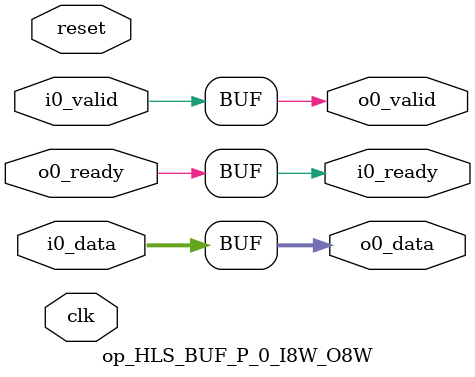
<source format=sv>
module op_HLS_BUF_P_0_I8W_O8W(	// git/chisel-template/src/main/scala/hls_float/hls_float.scala:521:7
  output       i0_ready,	// git/chisel-template/src/main/scala/hls_float/hls_float.scala:524:14
  input        i0_valid,	// git/chisel-template/src/main/scala/hls_float/hls_float.scala:524:14
  input  [7:0] i0_data,	// git/chisel-template/src/main/scala/hls_float/hls_float.scala:524:14
  input        o0_ready,	// git/chisel-template/src/main/scala/hls_float/hls_float.scala:525:14
  output       o0_valid,	// git/chisel-template/src/main/scala/hls_float/hls_float.scala:525:14
  output [7:0] o0_data,	// git/chisel-template/src/main/scala/hls_float/hls_float.scala:525:14
  input        clk,	// git/chisel-template/src/main/scala/hls_float/hls_float.scala:526:15
               reset	// git/chisel-template/src/main/scala/hls_float/hls_float.scala:527:17
);

  assign i0_ready = o0_ready;	// git/chisel-template/src/main/scala/hls_float/hls_float.scala:521:7
  assign o0_valid = i0_valid;	// git/chisel-template/src/main/scala/hls_float/hls_float.scala:521:7
  assign o0_data = i0_data;	// git/chisel-template/src/main/scala/hls_float/hls_float.scala:521:7
endmodule



</source>
